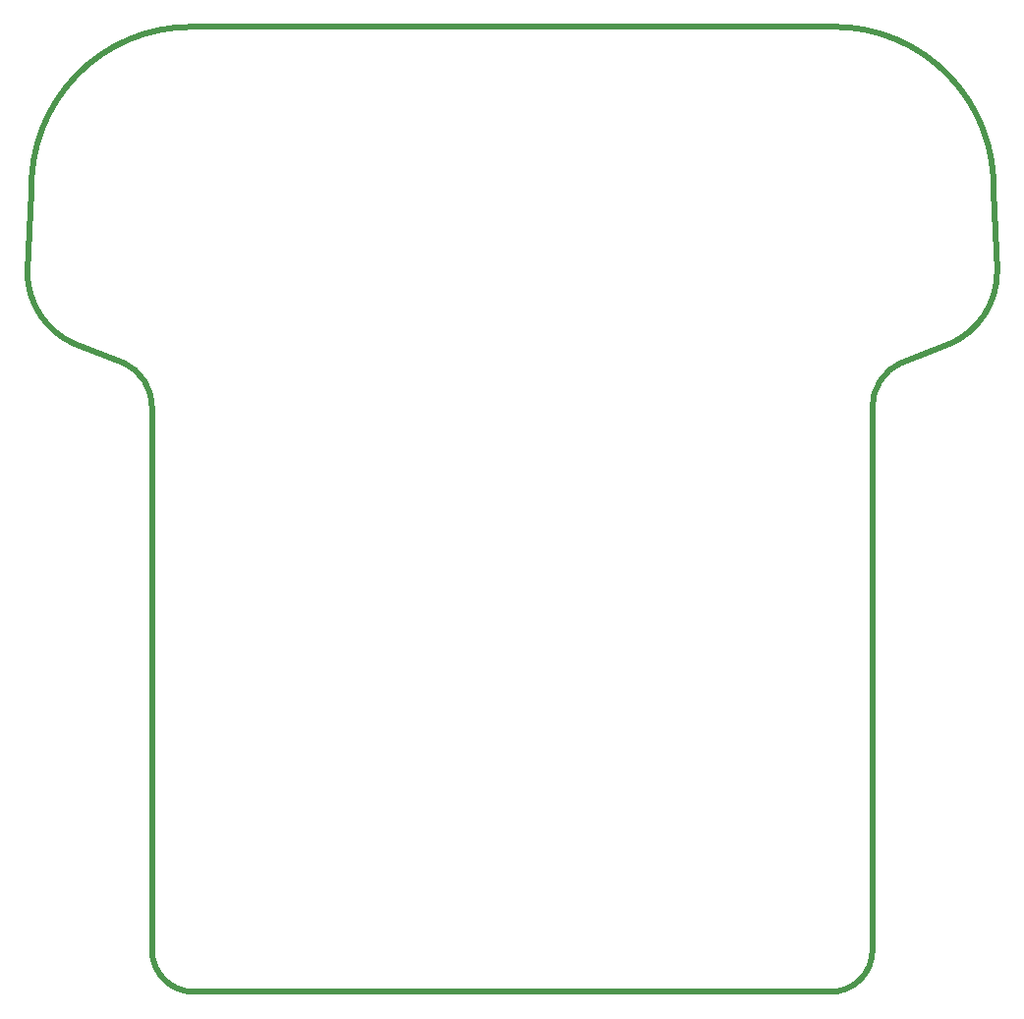
<source format=gm1>
%TF.GenerationSoftware,KiCad,Pcbnew,7.0.5*%
%TF.CreationDate,2023-06-03T10:53:18+02:00*%
%TF.ProjectId,electronix,656c6563-7472-46f6-9e69-782e6b696361,rev?*%
%TF.SameCoordinates,Original*%
%TF.FileFunction,Profile,NP*%
%FSLAX46Y46*%
G04 Gerber Fmt 4.6, Leading zero omitted, Abs format (unit mm)*
G04 Created by KiCad (PCBNEW 7.0.5) date 2023-06-03 10:53:18*
%MOMM*%
%LPD*%
G01*
G04 APERTURE LIST*
%TA.AperFunction,Profile*%
%ADD10C,0.500000*%
%TD*%
G04 APERTURE END LIST*
D10*
X168703731Y-89439378D02*
X164600000Y-91000000D01*
X162037943Y-95057654D02*
X162054416Y-141654416D01*
X172483990Y-76317114D02*
G75*
G03*
X158687692Y-62100000I-13742788J466514D01*
G01*
X158454416Y-145254416D02*
X103585584Y-145254416D01*
X89240001Y-83200000D02*
G75*
G03*
X93336269Y-89439377I6799999J0D01*
G01*
X172483997Y-76317114D02*
X172800000Y-83200000D01*
X158454416Y-145254416D02*
G75*
G03*
X162054416Y-141654416I-16J3600016D01*
G01*
X93336269Y-89439378D02*
X97440000Y-91000000D01*
X158687692Y-62100000D02*
X103341814Y-62108898D01*
X103341814Y-62108903D02*
G75*
G03*
X89608005Y-76316808I-2J-13741717D01*
G01*
X89608004Y-76316808D02*
X89240000Y-83200000D01*
X100002057Y-95057654D02*
X99985584Y-141654416D01*
X164599984Y-90999963D02*
G75*
G03*
X162037943Y-95057654I1720216J-3923837D01*
G01*
X99985584Y-141654416D02*
G75*
G03*
X103585584Y-145254416I3600016J16D01*
G01*
X100002016Y-95057653D02*
G75*
G03*
X97440000Y-91000001I-4282216J133853D01*
G01*
X168703731Y-89439378D02*
G75*
G03*
X172800000Y-83200000I-2703731J6239378D01*
G01*
M02*

</source>
